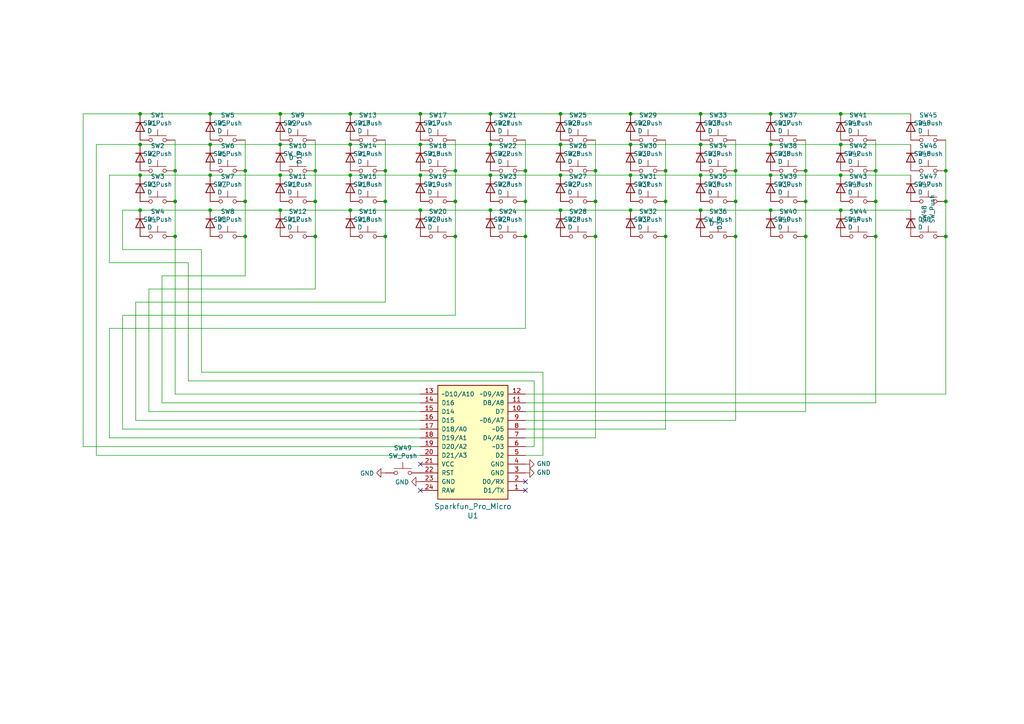
<source format=kicad_sch>
(kicad_sch (version 20211123) (generator eeschema)
  (paper "A4")
  (title_block (title "Lineata") (date "2021-08-02") (rev "0.1"))
  (lib_symbols
    (symbol "Arduino:Sparkfun_Pro_Micro" (pin_names (offset 1.016))
      (property "Reference" "U" (at -8.89 21.59 0))
      (property "Value" "Sparkfun_Pro_Micro" (at 0 19.05 0))
      (symbol "Sparkfun_Pro_Micro_0_1"
        (rectangle (start -10.16 17.78) (end 10.16 -15.24) (stroke (width 0.254)) (fill (type background)))
      )
      (symbol "Sparkfun_Pro_Micro_1_1"
        (pin bidirectional line (at -15.24 15.24 0) (length 5.08) (name "D1/TX") (number "1"))
        (pin bidirectional line (at -15.24 -7.62 0) (length 5.08) (name "D7") (number "10"))
        (pin bidirectional line (at -15.24 -10.16 0) (length 5.08) (name "D8/A8") (number "11"))
        (pin bidirectional line (at -15.24 -12.7 0) (length 5.08) (name "~D9/A9") (number "12"))
        (pin bidirectional line (at 15.24 -12.7 180) (length 5.08) (name "~D10/A10") (number "13"))
        (pin bidirectional line (at 15.24 -10.16 180) (length 5.08) (name "D16") (number "14"))
        (pin bidirectional line (at 15.24 -7.62 180) (length 5.08) (name "D14") (number "15"))
        (pin bidirectional line (at 15.24 -5.08 180) (length 5.08) (name "D15") (number "16"))
        (pin bidirectional line (at 15.24 -2.54 180) (length 5.08) (name "D18/A0") (number "17"))
        (pin bidirectional line (at 15.24 0 180) (length 5.08) (name "D19/A1") (number "18"))
        (pin bidirectional line (at 15.24 2.54 180) (length 5.08) (name "D20/A2") (number "19"))
        (pin bidirectional line (at -15.24 12.7 0) (length 5.08) (name "D0/RX") (number "2"))
        (pin bidirectional line (at 15.24 5.08 180) (length 5.08) (name "D21/A3") (number "20"))
        (pin power_in line (at 15.24 7.62 180) (length 5.08) (name "VCC") (number "21"))
        (pin input line (at 15.24 10.16 180) (length 5.08) (name "RST") (number "22"))
        (pin power_in line (at 15.24 12.7 180) (length 5.08) (name "GND") (number "23"))
        (pin power_in line (at 15.24 15.24 180) (length 5.08) (name "RAW") (number "24"))
        (pin power_in line (at -15.24 10.16 0) (length 5.08) (name "GND") (number "3"))
        (pin power_in line (at -15.24 7.62 0) (length 5.08) (name "GND") (number "4"))
        (pin bidirectional line (at -15.24 5.08 0) (length 5.08) (name "D2") (number "5"))
        (pin bidirectional line (at -15.24 2.54 0) (length 5.08) (name "~D3") (number "6"))
        (pin bidirectional line (at -15.24 0 0) (length 5.08) (name "D4/A6") (number "7"))
        (pin bidirectional line (at -15.24 -2.54 0) (length 5.08) (name "~D5") (number "8"))
        (pin bidirectional line (at -15.24 -5.08 0) (length 5.08) (name "~D6/A7") (number "9"))
      )
    )
    (symbol "Device:D" (pin_numbers hide) (pin_names (offset 1.016) hide)
      (property "Reference" "D" (at 0 2.54 0))
      (property "Value" "D" (at 0 -2.54 0))
      (symbol "D_0_1"
        (polyline (pts (xy -1.27 1.27) (xy -1.27 -1.27)) (stroke (width 0.254)))
        (polyline (pts (xy 1.27 0) (xy -1.27 0)))
        (polyline (pts (xy 1.27 1.27) (xy 1.27 -1.27) (xy -1.27 0) (xy 1.27 1.27)) (stroke (width 0.254)))
      )
      (symbol "D_1_1"
        (pin passive line (at -3.81 0 0) (length 2.54) (name "K") (number "1"))
        (pin passive line (at 3.81 0 180) (length 2.54) (name "A") (number "2"))
      )
    )
    (symbol "Switch:SW_Push" (pin_numbers hide) (pin_names (offset 1.016) hide)
      (property "Reference" "SW" (at 1.27 2.54 0))
      (property "Value" "SW_Push" (at 0 -1.524 0))
      (symbol "SW_Push_0_1"
        (circle (center -2.032 0) (radius 0.508))
        (polyline (pts (xy 0 1.27) (xy 0 3.048)))
        (polyline (pts (xy 2.54 1.27) (xy -2.54 1.27)))
        (circle (center 2.032 0) (radius 0.508))
        (pin passive line (at -5.08 0 0) (length 2.54) (name "1") (number "1"))
        (pin passive line (at 5.08 0 180) (length 2.54) (name "2") (number "2"))
      )
    )
    (symbol "power:GND" (power) (pin_names (offset 0))
      (property "Value" "GND" (at 0 -3.81 0))
      (symbol "GND_0_1"
        (polyline (pts (xy 0 0) (xy 0 -1.27) (xy 1.27 -1.27) (xy 0 -2.54) (xy -1.27 -1.27) (xy 0 -1.27)))
      )
      (symbol "GND_1_1"
        (pin power_in line (at 0 0 270) (length 0) hide (name "GND") (number "1"))
      )
    )
  )
  (junction (at 40.64 33.02))
  (junction (at 223.52 60.96))
  (junction (at 254 49.53))
  (junction (at 254 58.42))
  (junction (at 162.56 50.8))
  (junction (at 111.76 68.58))
  (junction (at 71.12 68.58))
  (junction (at 40.64 41.91))
  (junction (at 152.4 68.58))
  (junction (at 111.76 49.53))
  (junction (at 223.52 50.8))
  (junction (at 60.96 41.91))
  (junction (at 60.96 33.02))
  (junction (at 60.96 50.8))
  (junction (at 81.28 50.8))
  (junction (at 233.68 58.42))
  (junction (at 243.84 33.02))
  (junction (at 203.2 50.8))
  (junction (at 101.6 60.96))
  (junction (at 142.24 41.91))
  (junction (at 172.72 49.53))
  (junction (at 182.88 33.02))
  (junction (at 213.36 49.53))
  (junction (at 203.2 41.91))
  (junction (at 162.56 33.02))
  (junction (at 162.56 60.96))
  (junction (at 81.28 41.91))
  (junction (at 162.56 41.91))
  (junction (at 81.28 33.02))
  (junction (at 203.2 60.96))
  (junction (at 132.08 68.58))
  (junction (at 193.04 49.53))
  (junction (at 132.08 49.53))
  (junction (at 152.4 58.42))
  (junction (at 213.36 58.42))
  (junction (at 101.6 41.91))
  (junction (at 223.52 33.02))
  (junction (at 71.12 58.42))
  (junction (at 101.6 33.02))
  (junction (at 233.68 49.53))
  (junction (at 91.44 58.42))
  (junction (at 243.84 50.8))
  (junction (at 274.32 68.58))
  (junction (at 142.24 50.8))
  (junction (at 172.72 68.58))
  (junction (at 182.88 41.91))
  (junction (at 50.8 68.58))
  (junction (at 40.64 60.96))
  (junction (at 193.04 58.42))
  (junction (at 101.6 50.8))
  (junction (at 121.92 60.96))
  (junction (at 91.44 49.53))
  (junction (at 142.24 60.96))
  (junction (at 254 68.58))
  (junction (at 182.88 50.8))
  (junction (at 142.24 33.02))
  (junction (at 81.28 60.96))
  (junction (at 71.12 49.53))
  (junction (at 172.72 58.42))
  (junction (at 111.76 58.42))
  (junction (at 60.96 60.96))
  (junction (at 50.8 49.53))
  (junction (at 121.92 41.91))
  (junction (at 121.92 33.02))
  (junction (at 243.84 60.96))
  (junction (at 274.32 49.53))
  (junction (at 182.88 60.96))
  (junction (at 243.84 41.91))
  (junction (at 233.68 68.58))
  (junction (at 91.44 68.58))
  (junction (at 223.52 41.91))
  (junction (at 213.36 68.58))
  (junction (at 203.2 33.02))
  (junction (at 121.92 50.8))
  (junction (at 274.32 58.42))
  (junction (at 152.4 49.53))
  (junction (at 50.8 58.42))
  (junction (at 40.64 50.8))
  (junction (at 193.04 68.58))
  (junction (at 132.08 58.42))
  (no_connect (at 121.92 142.24))
  (no_connect (at 121.92 134.62))
  (no_connect (at 152.4 139.7))
  (no_connect (at 152.4 142.24))
  (wire (pts (xy 40.64 60.96) (xy 60.96 60.96)))
  (wire (pts (xy 60.96 60.96) (xy 81.28 60.96)))
  (wire (pts (xy 154.94 129.54) (xy 152.4 129.54)))
  (wire (pts (xy 193.04 68.58) (xy 193.04 124.46)))
  (wire (pts (xy 223.52 50.8) (xy 203.2 50.8)))
  (wire (pts (xy 35.56 124.46) (xy 35.56 91.44)))
  (wire (pts (xy 24.13 33.02) (xy 24.13 129.54)))
  (wire (pts (xy 40.64 33.02) (xy 60.96 33.02)))
  (wire (pts (xy 54.61 110.49) (xy 54.61 76.2)))
  (wire (pts (xy 274.32 68.58) (xy 274.32 114.3)))
  (wire (pts (xy 152.4 95.25) (xy 31.75 95.25)))
  (wire (pts (xy 111.76 40.64) (xy 111.76 49.53)))
  (wire (pts (xy 111.76 68.58) (xy 111.76 58.42)))
  (wire (pts (xy 24.13 129.54) (xy 121.92 129.54)))
  (wire (pts (xy 46.99 80.01) (xy 46.99 116.84)))
  (wire (pts (xy 132.08 58.42) (xy 132.08 49.53)))
  (wire (pts (xy 35.56 124.46) (xy 121.92 124.46)))
  (wire (pts (xy 71.12 68.58) (xy 71.12 80.01)))
  (wire (pts (xy 111.76 87.63) (xy 39.37 87.63)))
  (wire (pts (xy 27.94 41.91) (xy 27.94 132.08)))
  (wire (pts (xy 50.8 68.58) (xy 50.8 114.3)))
  (wire (pts (xy 54.61 110.49) (xy 154.94 110.49)))
  (wire (pts (xy 31.75 127) (xy 121.92 127)))
  (wire (pts (xy 233.68 68.58) (xy 233.68 119.38)))
  (wire (pts (xy 60.96 50.8) (xy 81.28 50.8)))
  (wire (pts (xy 39.37 121.92) (xy 121.92 121.92)))
  (wire (pts (xy 24.13 33.02) (xy 40.64 33.02)))
  (wire (pts (xy 71.12 40.64) (xy 71.12 49.53)))
  (wire (pts (xy 132.08 40.64) (xy 132.08 49.53)))
  (wire (pts (xy 243.84 33.02) (xy 264.16 33.02)))
  (wire (pts (xy 162.56 60.96) (xy 182.88 60.96)))
  (wire (pts (xy 213.36 58.42) (xy 213.36 49.53)))
  (wire (pts (xy 40.64 60.96) (xy 35.56 60.96)))
  (wire (pts (xy 182.88 41.91) (xy 203.2 41.91)))
  (wire (pts (xy 43.18 83.82) (xy 43.18 119.38)))
  (wire (pts (xy 40.64 50.8) (xy 60.96 50.8)))
  (wire (pts (xy 142.24 33.02) (xy 162.56 33.02)))
  (wire (pts (xy 264.16 50.8) (xy 243.84 50.8)))
  (wire (pts (xy 71.12 58.42) (xy 71.12 68.58)))
  (wire (pts (xy 142.24 41.91) (xy 162.56 41.91)))
  (wire (pts (xy 152.4 49.53) (xy 152.4 40.64)))
  (wire (pts (xy 43.18 119.38) (xy 121.92 119.38)))
  (wire (pts (xy 172.72 68.58) (xy 172.72 58.42)))
  (wire (pts (xy 203.2 33.02) (xy 223.52 33.02)))
  (wire (pts (xy 157.48 132.08) (xy 152.4 132.08)))
  (wire (pts (xy 81.28 41.91) (xy 101.6 41.91)))
  (wire (pts (xy 233.68 68.58) (xy 233.68 58.42)))
  (wire (pts (xy 213.36 68.58) (xy 213.36 58.42)))
  (wire (pts (xy 182.88 50.8) (xy 162.56 50.8)))
  (wire (pts (xy 31.75 95.25) (xy 31.75 127)))
  (wire (pts (xy 152.4 119.38) (xy 233.68 119.38)))
  (wire (pts (xy 91.44 40.64) (xy 91.44 49.53)))
  (wire (pts (xy 58.42 107.95) (xy 157.48 107.95)))
  (wire (pts (xy 58.42 72.39) (xy 58.42 107.95)))
  (wire (pts (xy 274.32 40.64) (xy 274.32 49.53)))
  (wire (pts (xy 254 68.58) (xy 254 58.42)))
  (wire (pts (xy 60.96 41.91) (xy 81.28 41.91)))
  (wire (pts (xy 35.56 72.39) (xy 35.56 60.96)))
  (wire (pts (xy 142.24 60.96) (xy 162.56 60.96)))
  (wire (pts (xy 162.56 33.02) (xy 182.88 33.02)))
  (wire (pts (xy 213.36 68.58) (xy 213.36 121.92)))
  (wire (pts (xy 172.72 49.53) (xy 172.72 58.42)))
  (wire (pts (xy 254 49.53) (xy 254 40.64)))
  (wire (pts (xy 254 68.58) (xy 254 116.84)))
  (wire (pts (xy 182.88 60.96) (xy 203.2 60.96)))
  (wire (pts (xy 142.24 50.8) (xy 162.56 50.8)))
  (wire (pts (xy 121.92 41.91) (xy 101.6 41.91)))
  (wire (pts (xy 46.99 116.84) (xy 121.92 116.84)))
  (wire (pts (xy 193.04 68.58) (xy 193.04 58.42)))
  (wire (pts (xy 121.92 41.91) (xy 142.24 41.91)))
  (wire (pts (xy 233.68 58.42) (xy 233.68 49.53)))
  (wire (pts (xy 54.61 76.2) (xy 31.75 76.2)))
  (wire (pts (xy 162.56 41.91) (xy 182.88 41.91)))
  (wire (pts (xy 91.44 83.82) (xy 43.18 83.82)))
  (wire (pts (xy 243.84 50.8) (xy 223.52 50.8)))
  (wire (pts (xy 132.08 68.58) (xy 132.08 91.44)))
  (wire (pts (xy 274.32 114.3) (xy 152.4 114.3)))
  (wire (pts (xy 121.92 50.8) (xy 142.24 50.8)))
  (wire (pts (xy 35.56 91.44) (xy 132.08 91.44)))
  (wire (pts (xy 101.6 60.96) (xy 121.92 60.96)))
  (wire (pts (xy 193.04 124.46) (xy 152.4 124.46)))
  (wire (pts (xy 101.6 50.8) (xy 121.92 50.8)))
  (wire (pts (xy 60.96 33.02) (xy 81.28 33.02)))
  (wire (pts (xy 111.76 58.42) (xy 111.76 49.53)))
  (wire (pts (xy 31.75 50.8) (xy 31.75 76.2)))
  (wire (pts (xy 91.44 49.53) (xy 91.44 58.42)))
  (wire (pts (xy 27.94 41.91) (xy 40.64 41.91)))
  (wire (pts (xy 50.8 40.64) (xy 50.8 49.53)))
  (wire (pts (xy 152.4 58.42) (xy 152.4 49.53)))
  (wire (pts (xy 223.52 60.96) (xy 243.84 60.96)))
  (wire (pts (xy 132.08 68.58) (xy 132.08 58.42)))
  (wire (pts (xy 182.88 33.02) (xy 203.2 33.02)))
  (wire (pts (xy 193.04 58.42) (xy 193.04 49.53)))
  (wire (pts (xy 152.4 127) (xy 172.72 127)))
  (wire (pts (xy 254 49.53) (xy 254 58.42)))
  (wire (pts (xy 40.64 41.91) (xy 60.96 41.91)))
  (wire (pts (xy 154.94 110.49) (xy 154.94 129.54)))
  (wire (pts (xy 111.76 68.58) (xy 111.76 87.63)))
  (wire (pts (xy 243.84 41.91) (xy 264.16 41.91)))
  (wire (pts (xy 193.04 49.53) (xy 193.04 40.64)))
  (wire (pts (xy 31.75 50.8) (xy 40.64 50.8)))
  (wire (pts (xy 172.72 40.64) (xy 172.72 49.53)))
  (wire (pts (xy 81.28 33.02) (xy 101.6 33.02)))
  (wire (pts (xy 213.36 49.53) (xy 213.36 40.64)))
  (wire (pts (xy 27.94 132.08) (xy 121.92 132.08)))
  (wire (pts (xy 71.12 49.53) (xy 71.12 58.42)))
  (wire (pts (xy 152.4 68.58) (xy 152.4 58.42)))
  (wire (pts (xy 50.8 49.53) (xy 50.8 58.42)))
  (wire (pts (xy 81.28 60.96) (xy 101.6 60.96)))
  (wire (pts (xy 157.48 107.95) (xy 157.48 132.08)))
  (wire (pts (xy 121.92 60.96) (xy 142.24 60.96)))
  (wire (pts (xy 39.37 87.63) (xy 39.37 121.92)))
  (wire (pts (xy 71.12 80.01) (xy 46.99 80.01)))
  (wire (pts (xy 152.4 68.58) (xy 152.4 95.25)))
  (wire (pts (xy 81.28 50.8) (xy 101.6 50.8)))
  (wire (pts (xy 203.2 50.8) (xy 182.88 50.8)))
  (wire (pts (xy 223.52 33.02) (xy 243.84 33.02)))
  (wire (pts (xy 50.8 114.3) (xy 121.92 114.3)))
  (wire (pts (xy 101.6 33.02) (xy 121.92 33.02)))
  (wire (pts (xy 91.44 68.58) (xy 91.44 58.42)))
  (wire (pts (xy 223.52 41.91) (xy 243.84 41.91)))
  (wire (pts (xy 50.8 58.42) (xy 50.8 68.58)))
  (wire (pts (xy 233.68 49.53) (xy 233.68 40.64)))
  (wire (pts (xy 152.4 121.92) (xy 213.36 121.92)))
  (wire (pts (xy 203.2 60.96) (xy 223.52 60.96)))
  (wire (pts (xy 203.2 41.91) (xy 223.52 41.91)))
  (wire (pts (xy 243.84 60.96) (xy 264.16 60.96)))
  (wire (pts (xy 254 116.84) (xy 152.4 116.84)))
  (wire (pts (xy 274.32 58.42) (xy 274.32 68.58)))
  (wire (pts (xy 274.32 58.42) (xy 274.32 49.53)))
  (wire (pts (xy 121.92 33.02) (xy 142.24 33.02)))
  (wire (pts (xy 91.44 68.58) (xy 91.44 83.82)))
  (wire (pts (xy 58.42 72.39) (xy 35.56 72.39)))
  (wire (pts (xy 172.72 68.58) (xy 172.72 127)))
  (symbol (lib_id "Switch:SW_Push") (at 45.72 40.64 0) (unit 1)
    (property "Reference" "SW1" (at 45.72 33.401 0))
    (property "Value" "SW_Push" (at 45.72 35.7124 0))
    (property "Footprint" "Custom Libraries & Footprints:SW_Cherry_MX_1.00u_PCB" (effects hide))
  )
  (symbol (lib_id "Switch:SW_Push") (at 45.72 49.53 0) (unit 1)
    (property "Reference" "SW2" (at 45.72 42.291 0))
    (property "Value" "SW_Push" (at 45.72 44.6024 0))
    (property "Footprint" "Custom Libraries & Footprints:SW_Cherry_MX_1.00u_PCB" (effects hide))
  )
  (symbol (lib_id "Switch:SW_Push") (at 45.72 58.42 0) (unit 1)
    (property "Reference" "SW3" (at 45.72 51.181 0))
    (property "Value" "SW_Push" (at 45.72 53.4924 0))
    (property "Footprint" "Custom Libraries & Footprints:SW_Cherry_MX_1.00u_PCB" (effects hide))
  )
  (symbol (lib_id "Switch:SW_Push") (at 45.72 68.58 0) (unit 1)
    (property "Reference" "SW4" (at 45.72 61.341 0))
    (property "Value" "SW_Push" (at 45.72 63.6524 0))
    (property "Footprint" "Custom Libraries & Footprints:SW_Cherry_MX_1.00u_PCB" (effects hide))
  )
  (symbol (lib_id "Switch:SW_Push") (at 86.36 40.64 0) (unit 1)
    (property "Reference" "SW9" (at 86.36 33.401 0))
    (property "Value" "SW_Push" (at 86.36 35.7124 0))
    (property "Footprint" "Custom Libraries & Footprints:SW_Cherry_MX_1.00u_PCB" (effects hide))
  )
  (symbol (lib_id "Switch:SW_Push") (at 66.04 40.64 0) (unit 1)
    (property "Reference" "SW5" (at 66.04 33.401 0))
    (property "Value" "SW_Push" (at 66.04 35.7124 0))
    (property "Footprint" "Custom Libraries & Footprints:SW_Cherry_MX_1.00u_PCB" (effects hide))
  )
  (symbol (lib_id "Switch:SW_Push") (at 66.04 49.53 0) (unit 1)
    (property "Reference" "SW6" (at 66.04 42.291 0))
    (property "Value" "SW_Push" (at 66.04 44.6024 0))
    (property "Footprint" "Custom Libraries & Footprints:SW_Cherry_MX_1.00u_PCB" (effects hide))
  )
  (symbol (lib_id "Switch:SW_Push") (at 66.04 58.42 0) (unit 1)
    (property "Reference" "SW7" (at 66.04 51.181 0))
    (property "Value" "SW_Push" (at 66.04 53.4924 0))
    (property "Footprint" "Custom Libraries & Footprints:SW_Cherry_MX_1.00u_PCB" (effects hide))
  )
  (symbol (lib_id "Switch:SW_Push") (at 66.04 68.58 0) (unit 1)
    (property "Reference" "SW8" (at 66.04 61.341 0))
    (property "Value" "SW_Push" (at 66.04 63.6524 0))
    (property "Footprint" "Custom Libraries & Footprints:SW_Cherry_MX_1.00u_PCB" (effects hide))
  )
  (symbol (lib_id "Switch:SW_Push") (at 86.36 49.53 0) (unit 1)
    (property "Reference" "SW10" (at 86.36 42.291 0))
    (property "Value" "SW_Push" (at 86.36 44.6024 0))
    (property "Footprint" "Custom Libraries & Footprints:SW_Cherry_MX_1.00u_PCB" (effects hide))
  )
  (symbol (lib_id "Switch:SW_Push") (at 86.36 58.42 0) (unit 1)
    (property "Reference" "SW11" (at 86.36 51.181 0))
    (property "Value" "SW_Push" (at 86.36 53.4924 0))
    (property "Footprint" "Custom Libraries & Footprints:SW_Cherry_MX_1.00u_PCB" (effects hide))
  )
  (symbol (lib_id "Switch:SW_Push") (at 86.36 68.58 0) (unit 1)
    (property "Reference" "SW12" (at 86.36 61.341 0))
    (property "Value" "SW_Push" (at 86.36 63.6524 0))
    (property "Footprint" "Custom Libraries & Footprints:SW_Cherry_MX_1.00u_PCB" (effects hide))
  )
  (symbol (lib_id "Switch:SW_Push") (at 106.68 40.64 0) (unit 1)
    (property "Reference" "SW13" (at 106.68 33.401 0))
    (property "Value" "SW_Push" (at 106.68 35.7124 0))
    (property "Footprint" "Custom Libraries & Footprints:SW_Cherry_MX_1.00u_PCB" (effects hide))
  )
  (symbol (lib_id "Switch:SW_Push") (at 106.68 49.53 0) (unit 1)
    (property "Reference" "SW14" (at 106.68 42.291 0))
    (property "Value" "SW_Push" (at 106.68 44.6024 0))
    (property "Footprint" "Custom Libraries & Footprints:SW_Cherry_MX_1.00u_PCB" (effects hide))
  )
  (symbol (lib_id "Switch:SW_Push") (at 106.68 58.42 0) (unit 1)
    (property "Reference" "SW15" (at 106.68 51.181 0))
    (property "Value" "SW_Push" (at 106.68 53.4924 0))
    (property "Footprint" "Custom Libraries & Footprints:SW_Cherry_MX_1.00u_PCB" (effects hide))
  )
  (symbol (lib_id "Switch:SW_Push") (at 106.68 68.58 0) (unit 1)
    (property "Reference" "SW16" (at 106.68 61.341 0))
    (property "Value" "SW_Push" (at 106.68 63.6524 0))
    (property "Footprint" "Custom Libraries & Footprints:SW_Cherry_MX_1.25u_PCB" (effects hide))
  )
  (symbol (lib_id "Switch:SW_Push") (at 147.32 40.64 0) (unit 1)
    (property "Reference" "SW21" (at 147.32 33.401 0))
    (property "Value" "SW_Push" (at 147.32 35.7124 0))
    (property "Footprint" "Custom Libraries & Footprints:SW_Cherry_MX_1.00u_PCB" (effects hide))
  )
  (symbol (lib_id "Switch:SW_Push") (at 127 40.64 0) (unit 1)
    (property "Reference" "SW17" (at 127 33.401 0))
    (property "Value" "SW_Push" (at 127 35.7124 0))
    (property "Footprint" "Custom Libraries & Footprints:SW_Cherry_MX_1.00u_PCB" (effects hide))
  )
  (symbol (lib_id "Switch:SW_Push") (at 127 49.53 0) (unit 1)
    (property "Reference" "SW18" (at 127 42.291 0))
    (property "Value" "SW_Push" (at 127 44.6024 0))
    (property "Footprint" "Custom Libraries & Footprints:SW_Cherry_MX_1.00u_PCB" (effects hide))
  )
  (symbol (lib_id "Switch:SW_Push") (at 127 58.42 0) (unit 1)
    (property "Reference" "SW19" (at 127 51.181 0))
    (property "Value" "SW_Push" (at 127 53.4924 0))
    (property "Footprint" "Custom Libraries & Footprints:SW_Cherry_MX_1.00u_PCB" (effects hide))
  )
  (symbol (lib_id "Switch:SW_Push") (at 127 68.58 0) (unit 1)
    (property "Reference" "SW20" (at 127 61.341 0))
    (property "Value" "SW_Push" (at 127 63.6524 0))
    (property "Footprint" "Custom Libraries & Footprints:SW_Cherry_MX_1.75u_PCB" (effects hide))
  )
  (symbol (lib_id "Switch:SW_Push") (at 147.32 49.53 0) (unit 1)
    (property "Reference" "SW22" (at 147.32 42.291 0))
    (property "Value" "SW_Push" (at 147.32 44.6024 0))
    (property "Footprint" "Custom Libraries & Footprints:SW_Cherry_MX_1.00u_PCB" (effects hide))
  )
  (symbol (lib_id "Switch:SW_Push") (at 147.32 58.42 0) (unit 1)
    (property "Reference" "SW23" (at 147.32 51.181 0))
    (property "Value" "SW_Push" (at 147.32 53.4924 0))
    (property "Footprint" "Custom Libraries & Footprints:SW_Cherry_MX_1.00u_PCB" (effects hide))
  )
  (symbol (lib_id "Switch:SW_Push") (at 147.32 68.58 0) (unit 1)
    (property "Reference" "SW24" (at 147.32 61.341 0))
    (property "Value" "SW_Push" (at 147.32 63.6524 0))
    (property "Footprint" "Custom Libraries & Footprints:SW_Cherry_MX_2.00u_PCB" (effects hide))
  )
  (symbol (lib_id "Switch:SW_Push") (at 167.64 40.64 0) (unit 1)
    (property "Reference" "SW25" (at 167.64 33.401 0))
    (property "Value" "SW_Push" (at 167.64 35.7124 0))
    (property "Footprint" "Custom Libraries & Footprints:SW_Cherry_MX_1.00u_PCB" (effects hide))
  )
  (symbol (lib_id "Switch:SW_Push") (at 167.64 49.53 0) (unit 1)
    (property "Reference" "SW26" (at 167.64 42.291 0))
    (property "Value" "SW_Push" (at 167.64 44.6024 0))
    (property "Footprint" "Custom Libraries & Footprints:SW_Cherry_MX_1.00u_PCB" (effects hide))
  )
  (symbol (lib_id "Switch:SW_Push") (at 167.64 58.42 0) (unit 1)
    (property "Reference" "SW27" (at 167.64 51.181 0))
    (property "Value" "SW_Push" (at 167.64 53.4924 0))
    (property "Footprint" "Custom Libraries & Footprints:SW_Cherry_MX_1.00u_PCB" (effects hide))
  )
  (symbol (lib_id "Switch:SW_Push") (at 167.64 68.58 0) (unit 1)
    (property "Reference" "SW28" (at 167.64 61.341 0))
    (property "Value" "SW_Push" (at 167.64 63.6524 0))
    (property "Footprint" "Custom Libraries & Footprints:SW_Cherry_MX_2.00u_PCB" (effects hide))
  )
  (symbol (lib_id "Switch:SW_Push") (at 208.28 40.64 0) (unit 1)
    (property "Reference" "SW33" (at 208.28 33.401 0))
    (property "Value" "SW_Push" (at 208.28 35.7124 0))
    (property "Footprint" "Custom Libraries & Footprints:SW_Cherry_MX_1.00u_PCB" (effects hide))
  )
  (symbol (lib_id "Switch:SW_Push") (at 187.96 40.64 0) (unit 1)
    (property "Reference" "SW29" (at 187.96 33.401 0))
    (property "Value" "SW_Push" (at 187.96 35.7124 0))
    (property "Footprint" "Custom Libraries & Footprints:SW_Cherry_MX_1.00u_PCB" (effects hide))
  )
  (symbol (lib_id "Switch:SW_Push") (at 187.96 49.53 0) (unit 1)
    (property "Reference" "SW30" (at 187.96 42.291 0))
    (property "Value" "SW_Push" (at 187.96 44.6024 0))
    (property "Footprint" "Custom Libraries & Footprints:SW_Cherry_MX_1.00u_PCB" (effects hide))
  )
  (symbol (lib_id "Switch:SW_Push") (at 187.96 58.42 0) (unit 1)
    (property "Reference" "SW31" (at 187.96 51.181 0))
    (property "Value" "SW_Push" (at 187.96 53.4924 0))
    (property "Footprint" "Custom Libraries & Footprints:SW_Cherry_MX_1.00u_PCB" (effects hide))
  )
  (symbol (lib_id "Switch:SW_Push") (at 187.96 68.58 0) (unit 1)
    (property "Reference" "SW32" (at 187.96 61.341 0))
    (property "Value" "SW_Push" (at 187.96 63.6524 0))
    (property "Footprint" "Custom Libraries & Footprints:SW_Cherry_MX_1.75u_PCB" (effects hide))
  )
  (symbol (lib_id "Switch:SW_Push") (at 208.28 49.53 0) (unit 1)
    (property "Reference" "SW34" (at 208.28 42.291 0))
    (property "Value" "SW_Push" (at 208.28 44.6024 0))
    (property "Footprint" "Custom Libraries & Footprints:SW_Cherry_MX_1.00u_PCB" (effects hide))
  )
  (symbol (lib_id "Switch:SW_Push") (at 208.28 58.42 0) (unit 1)
    (property "Reference" "SW35" (at 208.28 51.181 0))
    (property "Value" "SW_Push" (at 208.28 53.4924 0))
    (property "Footprint" "Custom Libraries & Footprints:SW_Cherry_MX_1.00u_PCB" (effects hide))
  )
  (symbol (lib_id "Switch:SW_Push") (at 208.28 68.58 0) (unit 1)
    (property "Reference" "SW36" (at 208.28 61.341 0))
    (property "Value" "SW_Push" (at 208.28 63.6524 0))
    (property "Footprint" "Custom Libraries & Footprints:SW_Cherry_MX_1.25u_PCB" (effects hide))
  )
  (symbol (lib_id "Switch:SW_Push") (at 228.6 40.64 0) (unit 1)
    (property "Reference" "SW37" (at 228.6 33.401 0))
    (property "Value" "SW_Push" (at 228.6 35.7124 0))
    (property "Footprint" "Custom Libraries & Footprints:SW_Cherry_MX_1.00u_PCB" (effects hide))
  )
  (symbol (lib_id "Switch:SW_Push") (at 228.6 49.53 0) (unit 1)
    (property "Reference" "SW38" (at 228.6 42.291 0))
    (property "Value" "SW_Push" (at 228.6 44.6024 0))
    (property "Footprint" "Custom Libraries & Footprints:SW_Cherry_MX_1.00u_PCB" (effects hide))
  )
  (symbol (lib_id "Switch:SW_Push") (at 228.6 58.42 0) (unit 1)
    (property "Reference" "SW39" (at 228.6 51.181 0))
    (property "Value" "SW_Push" (at 228.6 53.4924 0))
    (property "Footprint" "Custom Libraries & Footprints:SW_Cherry_MX_1.00u_PCB" (effects hide))
  )
  (symbol (lib_id "Switch:SW_Push") (at 228.6 68.58 0) (unit 1)
    (property "Reference" "SW40" (at 228.6 61.341 0))
    (property "Value" "SW_Push" (at 228.6 63.6524 0))
    (property "Footprint" "Custom Libraries & Footprints:SW_Cherry_MX_1.00u_PCB" (effects hide))
  )
  (symbol (lib_id "Switch:SW_Push") (at 269.24 40.64 0) (unit 1)
    (property "Reference" "SW45" (at 269.24 33.401 0))
    (property "Value" "SW_Push" (at 269.24 35.7124 0))
    (property "Footprint" "Custom Libraries & Footprints:SW_Cherry_MX_1.00u_PCB" (effects hide))
  )
  (symbol (lib_id "Switch:SW_Push") (at 248.92 40.64 0) (unit 1)
    (property "Reference" "SW41" (at 248.92 33.401 0))
    (property "Value" "SW_Push" (at 248.92 35.7124 0))
    (property "Footprint" "Custom Libraries & Footprints:SW_Cherry_MX_1.00u_PCB" (effects hide))
  )
  (symbol (lib_id "Switch:SW_Push") (at 248.92 49.53 0) (unit 1)
    (property "Reference" "SW42" (at 248.92 42.291 0))
    (property "Value" "SW_Push" (at 248.92 44.6024 0))
    (property "Footprint" "Custom Libraries & Footprints:SW_Cherry_MX_1.00u_PCB" (effects hide))
  )
  (symbol (lib_id "Switch:SW_Push") (at 248.92 58.42 0) (unit 1)
    (property "Reference" "SW43" (at 248.92 51.181 0))
    (property "Value" "SW_Push" (at 248.92 53.4924 0))
    (property "Footprint" "Custom Libraries & Footprints:SW_Cherry_MX_1.00u_PCB" (effects hide))
  )
  (symbol (lib_id "Switch:SW_Push") (at 248.92 68.58 0) (unit 1)
    (property "Reference" "SW44" (at 248.92 61.341 0))
    (property "Value" "SW_Push" (at 248.92 63.6524 0))
    (property "Footprint" "Custom Libraries & Footprints:SW_Cherry_MX_1.00u_PCB" (effects hide))
  )
  (symbol (lib_id "Switch:SW_Push") (at 269.24 49.53 0) (unit 1)
    (property "Reference" "SW46" (at 269.24 42.291 0))
    (property "Value" "SW_Push" (at 269.24 44.6024 0))
    (property "Footprint" "Custom Libraries & Footprints:SW_Cherry_MX_1.00u_PCB" (effects hide))
  )
  (symbol (lib_id "Switch:SW_Push") (at 269.24 58.42 0) (unit 1)
    (property "Reference" "SW47" (at 269.24 51.181 0))
    (property "Value" "SW_Push" (at 269.24 53.4924 0))
    (property "Footprint" "Custom Libraries & Footprints:SW_Cherry_MX_1.00u_PCB" (effects hide))
  )
  (symbol (lib_id "Switch:SW_Push") (at 116.84 137.16 0) (unit 1)
    (property "Reference" "SW49" (at 116.84 129.921 0))
    (property "Value" "SW_Push" (at 116.84 132.2324 0))
    (property "Footprint" "Button_Switch_THT:SW_PUSH_6mm" (effects hide))
  )
  (symbol (lib_id "Arduino:Sparkfun_Pro_Micro") (at 137.16 127 180) (unit 1)
    (property "Reference" "U1" (at 137.16 149.5806 0) (effects (font (size 1.524 1.524))))
    (property "Value" "Sparkfun_Pro_Micro" (at 137.16 146.8882 0) (effects (font (size 1.524 1.524))))
    (property "Footprint" "Custom Libraries & Footprints:Sparkfun_Pro_Micro" (effects hide))
  )
  (symbol (lib_id "Device:D") (at 60.96 36.83 270) (unit 1)
    (property "Reference" "D5" (at 62.992 35.6616 90) (effects (justify left)))
    (property "Value" "D" (at 62.992 37.973 90) (effects (justify left)))
    (property "Footprint" "Diode_THT:D_DO-35_SOD27_P7.62mm_Horizontal" (effects hide))
  )
  (symbol (lib_id "Device:D") (at 60.96 45.72 270) (unit 1)
    (property "Reference" "D6" (at 62.992 44.5516 90) (effects (justify left)))
    (property "Value" "D" (at 62.992 46.863 90) (effects (justify left)))
    (property "Footprint" "Diode_THT:D_DO-35_SOD27_P7.62mm_Horizontal" (effects hide))
  )
  (symbol (lib_id "Device:D") (at 60.96 54.61 270) (unit 1)
    (property "Reference" "D7" (at 62.992 53.4416 90) (effects (justify left)))
    (property "Value" "D" (at 62.992 55.753 90) (effects (justify left)))
    (property "Footprint" "Diode_THT:D_DO-35_SOD27_P7.62mm_Horizontal" (effects hide))
  )
  (symbol (lib_id "Device:D") (at 60.96 64.77 270) (unit 1)
    (property "Reference" "D8" (at 62.992 63.6016 90) (effects (justify left)))
    (property "Value" "D" (at 62.992 65.913 90) (effects (justify left)))
    (property "Footprint" "Diode_THT:D_DO-35_SOD27_P7.62mm_Horizontal" (effects hide))
  )
  (symbol (lib_id "Device:D") (at 40.64 36.83 270) (unit 1)
    (property "Reference" "D1" (at 42.672 35.6616 90) (effects (justify left)))
    (property "Value" "D" (at 42.672 37.973 90) (effects (justify left)))
    (property "Footprint" "Diode_THT:D_DO-35_SOD27_P7.62mm_Horizontal" (effects hide))
  )
  (symbol (lib_id "Device:D") (at 40.64 45.72 270) (unit 1)
    (property "Reference" "D2" (at 42.672 44.5516 90) (effects (justify left)))
    (property "Value" "D" (at 42.672 46.863 90) (effects (justify left)))
    (property "Footprint" "Diode_THT:D_DO-35_SOD27_P7.62mm_Horizontal" (effects hide))
  )
  (symbol (lib_id "Device:D") (at 40.64 54.61 270) (unit 1)
    (property "Reference" "D3" (at 42.672 53.4416 90) (effects (justify left)))
    (property "Value" "D" (at 42.672 55.753 90) (effects (justify left)))
    (property "Footprint" "Diode_THT:D_DO-35_SOD27_P7.62mm_Horizontal" (effects hide))
  )
  (symbol (lib_id "Device:D") (at 40.64 64.77 270) (unit 1)
    (property "Reference" "D4" (at 42.672 63.6016 90) (effects (justify left)))
    (property "Value" "D" (at 42.672 65.913 90) (effects (justify left)))
    (property "Footprint" "Diode_THT:D_DO-35_SOD27_P7.62mm_Horizontal" (effects hide))
  )
  (symbol (lib_id "Device:D") (at 81.28 36.83 270) (unit 1)
    (property "Reference" "D9" (at 83.312 35.6616 90) (effects (justify left)))
    (property "Value" "D" (at 83.312 37.973 90) (effects (justify left)))
    (property "Footprint" "Diode_THT:D_DO-35_SOD27_P7.62mm_Horizontal" (effects hide))
  )
  (symbol (lib_id "Device:D") (at 81.28 45.72 270) (unit 1)
    (property "Reference" "D10" (at 86.7918 45.72 0))
    (property "Value" "D" (at 84.4804 45.72 90))
    (property "Footprint" "Diode_THT:D_DO-35_SOD27_P7.62mm_Horizontal" (effects hide))
  )
  (symbol (lib_id "Device:D") (at 81.28 54.61 270) (unit 1)
    (property "Reference" "D11" (at 83.312 53.4416 90) (effects (justify left)))
    (property "Value" "D" (at 83.312 55.753 90) (effects (justify left)))
    (property "Footprint" "Diode_THT:D_DO-35_SOD27_P7.62mm_Horizontal" (effects hide))
  )
  (symbol (lib_id "Device:D") (at 81.28 64.77 270) (unit 1)
    (property "Reference" "D12" (at 83.312 63.6016 90) (effects (justify left)))
    (property "Value" "D" (at 83.312 65.913 90) (effects (justify left)))
    (property "Footprint" "Diode_THT:D_DO-35_SOD27_P7.62mm_Horizontal" (effects hide))
  )
  (symbol (lib_id "Device:D") (at 101.6 36.83 270) (unit 1)
    (property "Reference" "D13" (at 103.632 35.6616 90) (effects (justify left)))
    (property "Value" "D" (at 103.632 37.973 90) (effects (justify left)))
    (property "Footprint" "Diode_THT:D_DO-35_SOD27_P7.62mm_Horizontal" (effects hide))
  )
  (symbol (lib_id "Device:D") (at 101.6 45.72 270) (unit 1)
    (property "Reference" "D14" (at 103.632 44.5516 90) (effects (justify left)))
    (property "Value" "D" (at 103.632 46.863 90) (effects (justify left)))
    (property "Footprint" "Diode_THT:D_DO-35_SOD27_P7.62mm_Horizontal" (effects hide))
  )
  (symbol (lib_id "Device:D") (at 101.6 54.61 270) (unit 1)
    (property "Reference" "D15" (at 103.632 53.4416 90) (effects (justify left)))
    (property "Value" "D" (at 103.632 55.753 90) (effects (justify left)))
    (property "Footprint" "Diode_THT:D_DO-35_SOD27_P7.62mm_Horizontal" (effects hide))
  )
  (symbol (lib_id "Device:D") (at 101.6 64.77 270) (unit 1)
    (property "Reference" "D16" (at 103.632 63.6016 90) (effects (justify left)))
    (property "Value" "D" (at 103.632 65.913 90) (effects (justify left)))
    (property "Footprint" "Diode_THT:D_DO-35_SOD27_P7.62mm_Horizontal" (effects hide))
  )
  (symbol (lib_id "Device:D") (at 121.92 36.83 270) (unit 1)
    (property "Reference" "D17" (at 123.952 35.6616 90) (effects (justify left)))
    (property "Value" "D" (at 123.952 37.973 90) (effects (justify left)))
    (property "Footprint" "Diode_THT:D_DO-35_SOD27_P7.62mm_Horizontal" (effects hide))
  )
  (symbol (lib_id "Device:D") (at 121.92 45.72 270) (unit 1)
    (property "Reference" "D18" (at 123.952 44.5516 90) (effects (justify left)))
    (property "Value" "D" (at 123.952 46.863 90) (effects (justify left)))
    (property "Footprint" "Diode_THT:D_DO-35_SOD27_P7.62mm_Horizontal" (effects hide))
  )
  (symbol (lib_id "Device:D") (at 121.92 54.61 270) (unit 1)
    (property "Reference" "D19" (at 123.952 53.4416 90) (effects (justify left)))
    (property "Value" "D" (at 123.952 55.753 90) (effects (justify left)))
    (property "Footprint" "Diode_THT:D_DO-35_SOD27_P7.62mm_Horizontal" (effects hide))
  )
  (symbol (lib_id "Device:D") (at 121.92 64.77 270) (unit 1)
    (property "Reference" "D20" (at 123.952 63.6016 90) (effects (justify left)))
    (property "Value" "D" (at 123.952 65.913 90) (effects (justify left)))
    (property "Footprint" "Diode_THT:D_DO-35_SOD27_P7.62mm_Horizontal" (effects hide))
  )
  (symbol (lib_id "Device:D") (at 142.24 36.83 270) (unit 1)
    (property "Reference" "D21" (at 144.272 35.6616 90) (effects (justify left)))
    (property "Value" "D" (at 144.272 37.973 90) (effects (justify left)))
    (property "Footprint" "Diode_THT:D_DO-35_SOD27_P7.62mm_Horizontal" (effects hide))
  )
  (symbol (lib_id "Device:D") (at 142.24 45.72 270) (unit 1)
    (property "Reference" "D22" (at 144.272 44.5516 90) (effects (justify left)))
    (property "Value" "D" (at 144.272 46.863 90) (effects (justify left)))
    (property "Footprint" "Diode_THT:D_DO-35_SOD27_P7.62mm_Horizontal" (effects hide))
  )
  (symbol (lib_id "Device:D") (at 142.24 54.61 270) (unit 1)
    (property "Reference" "D23" (at 144.272 53.4416 90) (effects (justify left)))
    (property "Value" "D" (at 144.272 55.753 90) (effects (justify left)))
    (property "Footprint" "Diode_THT:D_DO-35_SOD27_P7.62mm_Horizontal" (effects hide))
  )
  (symbol (lib_id "Device:D") (at 142.24 64.77 270) (unit 1)
    (property "Reference" "D24" (at 144.272 63.6016 90) (effects (justify left)))
    (property "Value" "D" (at 144.272 65.913 90) (effects (justify left)))
    (property "Footprint" "Diode_THT:D_DO-35_SOD27_P7.62mm_Horizontal" (effects hide))
  )
  (symbol (lib_id "Device:D") (at 162.56 36.83 270) (unit 1)
    (property "Reference" "D25" (at 164.592 35.6616 90) (effects (justify left)))
    (property "Value" "D" (at 164.592 37.973 90) (effects (justify left)))
    (property "Footprint" "Diode_THT:D_DO-35_SOD27_P7.62mm_Horizontal" (effects hide))
  )
  (symbol (lib_id "Device:D") (at 162.56 45.72 270) (unit 1)
    (property "Reference" "D26" (at 164.592 44.5516 90) (effects (justify left)))
    (property "Value" "D" (at 164.592 46.863 90) (effects (justify left)))
    (property "Footprint" "Diode_THT:D_DO-35_SOD27_P7.62mm_Horizontal" (effects hide))
  )
  (symbol (lib_id "Device:D") (at 162.56 54.61 270) (unit 1)
    (property "Reference" "D27" (at 164.592 53.4416 90) (effects (justify left)))
    (property "Value" "D" (at 164.592 55.753 90) (effects (justify left)))
    (property "Footprint" "Diode_THT:D_DO-35_SOD27_P7.62mm_Horizontal" (effects hide))
  )
  (symbol (lib_id "Device:D") (at 162.56 64.77 270) (unit 1)
    (property "Reference" "D28" (at 164.592 63.6016 90) (effects (justify left)))
    (property "Value" "D" (at 164.592 65.913 90) (effects (justify left)))
    (property "Footprint" "Diode_THT:D_DO-35_SOD27_P7.62mm_Horizontal" (effects hide))
  )
  (symbol (lib_id "Device:D") (at 182.88 36.83 270) (unit 1)
    (property "Reference" "D29" (at 184.912 35.6616 90) (effects (justify left)))
    (property "Value" "D" (at 184.912 37.973 90) (effects (justify left)))
    (property "Footprint" "Diode_THT:D_DO-35_SOD27_P7.62mm_Horizontal" (effects hide))
  )
  (symbol (lib_id "Device:D") (at 182.88 45.72 270) (unit 1)
    (property "Reference" "D30" (at 184.912 44.5516 90) (effects (justify left)))
    (property "Value" "D" (at 184.912 46.863 90) (effects (justify left)))
    (property "Footprint" "Diode_THT:D_DO-35_SOD27_P7.62mm_Horizontal" (effects hide))
  )
  (symbol (lib_id "Device:D") (at 182.88 54.61 270) (unit 1)
    (property "Reference" "D31" (at 184.912 53.4416 90) (effects (justify left)))
    (property "Value" "D" (at 184.912 55.753 90) (effects (justify left)))
    (property "Footprint" "Diode_THT:D_DO-35_SOD27_P7.62mm_Horizontal" (effects hide))
  )
  (symbol (lib_id "Device:D") (at 182.88 64.77 270) (unit 1)
    (property "Reference" "D32" (at 184.912 63.6016 90) (effects (justify left)))
    (property "Value" "D" (at 184.912 65.913 90) (effects (justify left)))
    (property "Footprint" "Diode_THT:D_DO-35_SOD27_P7.62mm_Horizontal" (effects hide))
  )
  (symbol (lib_id "Device:D") (at 203.2 36.83 270) (unit 1)
    (property "Reference" "D33" (at 205.232 35.6616 90) (effects (justify left)))
    (property "Value" "D" (at 205.232 37.973 90) (effects (justify left)))
    (property "Footprint" "Diode_THT:D_DO-35_SOD27_P7.62mm_Horizontal" (effects hide))
  )
  (symbol (lib_id "Device:D") (at 203.2 45.72 270) (unit 1)
    (property "Reference" "D34" (at 205.232 44.5516 90) (effects (justify left)))
    (property "Value" "D" (at 205.232 46.863 90) (effects (justify left)))
    (property "Footprint" "Diode_THT:D_DO-35_SOD27_P7.62mm_Horizontal" (effects hide))
  )
  (symbol (lib_id "Device:D") (at 203.2 54.61 270) (unit 1)
    (property "Reference" "D35" (at 205.232 53.4416 90) (effects (justify left)))
    (property "Value" "D" (at 205.232 55.753 90) (effects (justify left)))
    (property "Footprint" "Diode_THT:D_DO-35_SOD27_P7.62mm_Horizontal" (effects hide))
  )
  (symbol (lib_id "Device:D") (at 203.2 64.77 270) (unit 1)
    (property "Reference" "D36" (at 208.7118 64.77 0))
    (property "Value" "D" (at 206.4004 64.77 90))
    (property "Footprint" "Diode_THT:D_DO-35_SOD27_P7.62mm_Horizontal" (effects hide))
  )
  (symbol (lib_id "Device:D") (at 223.52 36.83 270) (unit 1)
    (property "Reference" "D37" (at 225.552 35.6616 90) (effects (justify left)))
    (property "Value" "D" (at 225.552 37.973 90) (effects (justify left)))
    (property "Footprint" "Diode_THT:D_DO-35_SOD27_P7.62mm_Horizontal" (effects hide))
  )
  (symbol (lib_id "Device:D") (at 223.52 45.72 270) (unit 1)
    (property "Reference" "D38" (at 225.552 44.5516 90) (effects (justify left)))
    (property "Value" "D" (at 225.552 46.863 90) (effects (justify left)))
    (property "Footprint" "Diode_THT:D_DO-35_SOD27_P7.62mm_Horizontal" (effects hide))
  )
  (symbol (lib_id "Device:D") (at 223.52 54.61 270) (unit 1)
    (property "Reference" "D39" (at 225.552 53.4416 90) (effects (justify left)))
    (property "Value" "D" (at 225.552 55.753 90) (effects (justify left)))
    (property "Footprint" "Diode_THT:D_DO-35_SOD27_P7.62mm_Horizontal" (effects hide))
  )
  (symbol (lib_id "Device:D") (at 223.52 64.77 270) (unit 1)
    (property "Reference" "D40" (at 225.552 63.6016 90) (effects (justify left)))
    (property "Value" "D" (at 225.552 65.913 90) (effects (justify left)))
    (property "Footprint" "Diode_THT:D_DO-35_SOD27_P7.62mm_Horizontal" (effects hide))
  )
  (symbol (lib_id "Device:D") (at 243.84 36.83 270) (unit 1)
    (property "Reference" "D41" (at 245.872 35.6616 90) (effects (justify left)))
    (property "Value" "D" (at 245.872 37.973 90) (effects (justify left)))
    (property "Footprint" "Diode_THT:D_DO-35_SOD27_P7.62mm_Horizontal" (effects hide))
  )
  (symbol (lib_id "Device:D") (at 243.84 45.72 270) (unit 1)
    (property "Reference" "D42" (at 245.872 44.5516 90) (effects (justify left)))
    (property "Value" "D" (at 245.872 46.863 90) (effects (justify left)))
    (property "Footprint" "Diode_THT:D_DO-35_SOD27_P7.62mm_Horizontal" (effects hide))
  )
  (symbol (lib_id "Device:D") (at 243.84 54.61 270) (unit 1)
    (property "Reference" "D43" (at 245.872 53.4416 90) (effects (justify left)))
    (property "Value" "D" (at 245.872 55.753 90) (effects (justify left)))
    (property "Footprint" "Diode_THT:D_DO-35_SOD27_P7.62mm_Horizontal" (effects hide))
  )
  (symbol (lib_id "Device:D") (at 243.84 64.77 270) (unit 1)
    (property "Reference" "D44" (at 245.872 63.6016 90) (effects (justify left)))
    (property "Value" "D" (at 245.872 65.913 90) (effects (justify left)))
    (property "Footprint" "Diode_THT:D_DO-35_SOD27_P7.62mm_Horizontal" (effects hide))
  )
  (symbol (lib_id "Device:D") (at 264.16 36.83 270) (unit 1)
    (property "Reference" "D45" (at 266.192 35.6616 90) (effects (justify left)))
    (property "Value" "D" (at 266.192 37.973 90) (effects (justify left)))
    (property "Footprint" "Diode_THT:D_DO-35_SOD27_P7.62mm_Horizontal" (effects hide))
  )
  (symbol (lib_id "Device:D") (at 264.16 45.72 270) (unit 1)
    (property "Reference" "D46" (at 266.192 44.5516 90) (effects (justify left)))
    (property "Value" "D" (at 266.192 46.863 90) (effects (justify left)))
    (property "Footprint" "Diode_THT:D_DO-35_SOD27_P7.62mm_Horizontal" (effects hide))
  )
  (symbol (lib_id "Device:D") (at 264.16 54.61 270) (unit 1)
    (property "Reference" "D47" (at 266.192 53.4416 90) (effects (justify left)))
    (property "Value" "D" (at 266.192 55.753 90) (effects (justify left)))
    (property "Footprint" "Diode_THT:D_DO-35_SOD27_P7.62mm_Horizontal" (effects hide))
  )
  (symbol (lib_id "Device:D") (at 264.16 64.77 270) (unit 1)
    (property "Reference" "D48" (at 266.192 63.6016 90) (effects (justify left)))
    (property "Value" "D" (at 266.192 65.913 90) (effects (justify left)))
    (property "Footprint" "Diode_THT:D_DO-35_SOD27_P7.62mm_Horizontal" (effects hide))
  )
  (symbol (lib_id "Switch:SW_Push") (at 269.24 68.58 0) (unit 1)
    (property "Reference" "SW48" (at 268.0716 64.8208 90) (effects (justify left)))
    (property "Value" "SW_Push" (at 270.383 64.8208 90) (effects (justify left)))
    (property "Footprint" "Custom Libraries & Footprints:SW_Cherry_MX_1.00u_PCB" (effects hide))
  )
  (symbol (lib_id "power:GND") (at 121.92 139.7 270) (unit 1)
    (property "Reference" "#PWR03" (effects hide))
    (property "Value" "GND" (at 118.6688 139.827 90) (effects (justify right)))
  )
  (symbol (lib_id "power:GND") (at 152.4 137.16 90) (unit 1)
    (property "Reference" "#PWR01" (effects hide))
    (property "Value" "GND" (at 155.6512 137.033 90) (effects (justify right)))
  )
  (symbol (lib_id "power:GND") (at 152.4 134.62 90) (unit 1)
    (property "Reference" "#PWR02" (effects hide))
    (property "Value" "GND" (at 155.6512 134.493 90) (effects (justify right)))
  )
  (symbol (lib_id "power:GND") (at 111.76 137.16 270) (unit 1)
    (property "Reference" "#PWR04" (effects hide))
    (property "Value" "GND" (at 108.5088 137.287 90) (effects (justify right)))
  )
)
</source>
